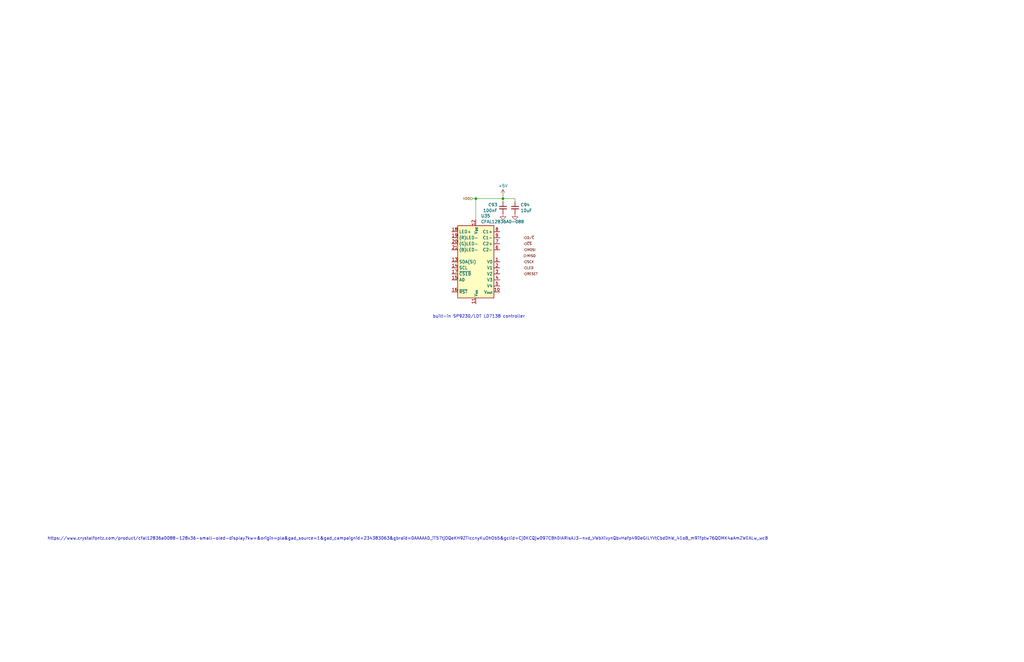
<source format=kicad_sch>
(kicad_sch (version 20250114) (generator "eeschema") (generator_version "9.0")
  (paper "B")
  (lib_symbols
    (symbol "Device:C_Small" (pin_numbers (hide yes)) (pin_names (offset 0.254) (hide yes))
      (property "Reference" "C" (at 0.254 1.778 0))
      (property "Value" "C_Small" (at 0.254 -2.032 0))
      (symbol "C_Small_0_1"
        (polyline (pts (xy -1.524 0.508) (xy 1.524 0.508)) (stroke (width 0.3048)))
        (polyline (pts (xy -1.524 -0.508) (xy 1.524 -0.508)) (stroke (width 0.3302)))
      )
      (symbol "C_Small_1_1"
        (pin passive line (at 0 2.54 270) (length 2.032) (name "~") (number "1"))
        (pin passive line (at 0 -2.54 90) (length 2.032) (name "~") (number "2"))
      )
    )
    (symbol "Display_Graphic:NHD-C12832A1Z-FSRGB"
      (property "Reference" "U" (at -7.62 15.875 0))
      (property "Value" "NHD-C12832A1Z-FSRGB" (at 2.54 -16.51 0))
      (symbol "NHD-C12832A1Z-FSRGB_0_1"
        (rectangle (start -7.62 15.24) (end 7.62 -15.24) (stroke (width 0.254)) (fill (type background)))
      )
      (symbol "NHD-C12832A1Z-FSRGB_1_1"
        (pin passive line (at -10.16 12.7 0) (length 2.54) (name "LED+") (number "18"))
        (pin passive line (at -10.16 10.16 0) (length 2.54) (name "(R)LED-") (number "19"))
        (pin passive line (at -10.16 7.62 0) (length 2.54) (name "(G)LED-") (number "20"))
        (pin passive line (at -10.16 5.08 0) (length 2.54) (name "(B)LED-") (number "21"))
        (pin input line (at -10.16 0 0) (length 2.54) (name "SDA(SI)") (number "13"))
        (pin input line (at -10.16 -2.54 0) (length 2.54) (name "SCL") (number "14"))
        (pin input line (at -10.16 -5.08 0) (length 2.54) (name "~{CS1B}") (number "17"))
        (pin input line (at -10.16 -7.62 0) (length 2.54) (name "A0") (number "15"))
        (pin input line (at -10.16 -12.7 0) (length 2.54) (name "~{RST}") (number "16"))
        (pin power_in line (at 0 17.78 270) (length 2.54) (name "V_{dd}") (number "12"))
        (pin power_in line (at 0 -17.78 90) (length 2.54) (name "V_{ss}") (number "11"))
        (pin passive line (at 10.16 12.7 180) (length 2.54) (name "C1+") (number "8"))
        (pin passive line (at 10.16 10.16 180) (length 2.54) (name "C1-") (number "9"))
        (pin passive line (at 10.16 7.62 180) (length 2.54) (name "C2+") (number "7"))
        (pin passive line (at 10.16 5.08 180) (length 2.54) (name "C2-") (number "6"))
        (pin passive line (at 10.16 0 180) (length 2.54) (name "V0") (number "1"))
        (pin passive line (at 10.16 -2.54 180) (length 2.54) (name "V1") (number "2"))
        (pin passive line (at 10.16 -5.08 180) (length 2.54) (name "V2") (number "3"))
        (pin passive line (at 10.16 -7.62 180) (length 2.54) (name "V3") (number "4"))
        (pin passive line (at 10.16 -10.16 180) (length 2.54) (name "V4") (number "5"))
        (pin passive line (at 10.16 -12.7 180) (length 2.54) (name "V_{out}") (number "10"))
      )
    )
    (symbol "power:+5V" (power) (pin_numbers (hide yes)) (pin_names (offset 0) (hide yes))
      (property "Value" "+5V" (at 0 3.556 0))
      (symbol "+5V_0_1"
        (polyline (pts (xy -0.762 1.27) (xy 0 2.54)))
        (polyline (pts (xy 0 2.54) (xy 0.762 1.27)))
        (polyline (pts (xy 0 0) (xy 0 2.54)))
      )
      (symbol "+5V_1_1"
        (pin power_in line (at 0 0 90) (length 0) (name "~") (number "1"))
      )
    )
    (symbol "power:GND" (power) (pin_numbers (hide yes)) (pin_names (offset 0) (hide yes))
      (property "Value" "GND" (at 0 -3.81 0))
      (symbol "GND_0_1"
        (polyline (pts (xy 0 0) (xy 0 -1.27) (xy 1.27 -1.27) (xy 0 -2.54) (xy -1.27 -1.27) (xy 0 -1.27)))
      )
      (symbol "GND_1_1"
        (pin power_in line (at 0 0 270) (length 0) (name "~") (number "1"))
      )
    )
  )
  (text "built-in SP9230/LDT LD7138 controller" (at 201.93 133.604 0) (effects (font (size 1.27 1.27))))
  (text "https://www.crystalfontz.com/product/cfal12836a0088-128x36-small-oled-display?kw=&origin=pla&gad_source=1&gad_campaignid=234383063&gbraid=0AAAAAD_iT57tjOQeKH9ZTIccnyKuOhOb5&gclid=Cj0KCQjw097CBhDIARIsAJ3-nxd_VWbXixynQbvHafp49DeGlLYVtCbdDhW_41oB_m9Tfptw76QOMK4aAmZWEALw_wcB" (at 171.958 227.33 0) (effects (font (size 1.27 1.27))))
  (junction (at 200.66 83.82))
  (junction (at 212.09 83.82))
  (wire (pts (xy 217.17 85.09) (xy 217.17 83.82)))
  (wire (pts (xy 212.09 82.55) (xy 212.09 83.82)))
  (wire (pts (xy 199.39 83.82) (xy 200.66 83.82)))
  (wire (pts (xy 200.66 83.82) (xy 212.09 83.82)))
  (wire (pts (xy 212.09 83.82) (xy 212.09 85.09)))
  (wire (pts (xy 200.66 92.71) (xy 200.66 83.82)))
  (wire (pts (xy 217.17 83.82) (xy 212.09 83.82)))
  (hierarchical_label "MISO" (shape output) (at 220.98 107.95 0) (effects (font (size 1 1))))
  (hierarchical_label "RESET" (shape input) (at 220.98 115.57 0) (effects (font (size 1 1))))
  (hierarchical_label "VDD" (shape input) (at 199.39 83.82 180) (effects (font (size 1 1))))
  (hierarchical_label "MOSI" (shape input) (at 220.98 105.41 0) (effects (font (size 1 1))))
  (hierarchical_label "LED" (shape input) (at 220.98 113.03 0) (effects (font (size 1 1))))
  (hierarchical_label "SCK" (shape input) (at 220.98 110.49 0) (effects (font (size 1 1))))
  (hierarchical_label "~{CS}" (shape input) (at 220.98 102.87 0) (effects (font (size 1 1))))
  (hierarchical_label "D{slash}~{C}" (shape input) (at 220.98 100.33 0) (effects (font (size 1 1))))
  (symbol (lib_id "power:+5V") (at 212.09 82.55 0) (unit 1)
    (property "Reference" "#PWR0233" (effects (hide yes)))
    (property "Value" "+5V" (at 212.09 78.4169 0))
    (property "Description" "Power symbol creates a global label with name \"+5V\"" (effects (hide yes)))
  )
  (symbol (lib_id "power:GND") (at 212.09 90.17 0) (unit 1)
    (property "Reference" "#PWR0234" (effects (hide yes)))
    (property "Value" "GND" (effects (hide yes)))
    (property "Description" "Power symbol creates a global label with name \"GND\" , ground" (effects (hide yes)))
  )
  (symbol (lib_id "Display_Graphic:NHD-C12832A1Z-FSRGB") (at 200.66 110.49 0) (unit 1)
    (property "Reference" "U35" (at 202.8033 91.1055 0) (effects (justify left)))
    (property "Value" "CFAL12836A0-088" (at 202.8033 93.5298 0) (effects (justify left)))
    (property "Footprint" "Display:NHD-C12832A1Z-FSRGB" (effects (hide yes)))
    (property "Datasheet" "https://www.crystalfontz.com/products/document/3674/CFAL12836A0-088DatasheetReleaseDate2017-08-11.pdf" (effects (hide yes)))
    (property "Description" "128x32 graphical LCD module with common anode RGB backlight, 1/33 duty, 3.3V" (effects (hide yes)))
  )
  (symbol (lib_id "Device:C_Small") (at 217.17 87.63 0) (unit 1)
    (property "Reference" "C94" (at 219.4941 86.4241 0) (effects (justify left)))
    (property "Value" "10uF" (at 219.4941 88.8484 0) (effects (justify left)))
    (property "Description" "Unpolarized capacitor, small symbol" (effects (hide yes)))
  )
  (symbol (lib_id "Device:C_Small") (at 212.09 87.63 0) (mirror y) (unit 1)
    (property "Reference" "C93" (at 209.7659 86.4241 0) (effects (justify left)))
    (property "Value" "100nF" (at 209.7659 88.8484 0) (effects (justify left)))
    (property "Description" "Unpolarized capacitor, small symbol" (effects (hide yes)))
  )
  (symbol (lib_id "power:GND") (at 217.17 90.17 0) (unit 1)
    (property "Reference" "#PWR0235" (effects (hide yes)))
    (property "Value" "GND" (effects (hide yes)))
    (property "Description" "Power symbol creates a global label with name \"GND\" , ground" (effects (hide yes)))
  )
)
</source>
